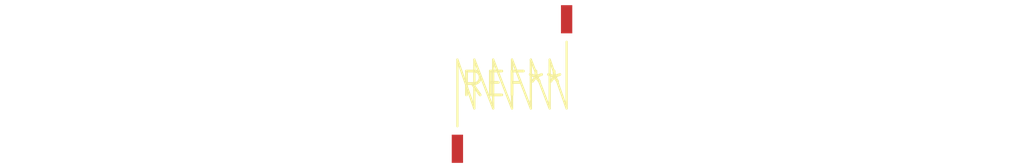
<source format=kicad_pcb>
(kicad_pcb (version 20240108) (generator pcbnew)
  (layers (0 "F.Cu" signal) (31 "B.Cu" signal) (34 "B.Paste" user) (35 "F.Paste" user) (36 "B.SilkS" user "B.Silkscreen") (37 "F.SilkS" user "F.Silkscreen") (38 "B.Mask" user) (39 "F.Mask" user) (44 "Edge.Cuts" user))
  (net 0 "")
  (footprint "L_Neosid_Air-Coil_SML_6-10turn_HDM0431A-HDM1031A" (layer "F.Cu") (at 0 0)
    (property "Reference" "REF**")
    (property "Value" "L_Neosid_Air-Coil_SML_6-10turn_HDM0431A-HDM1031A")
    (fp_line (start -2.9 -1.3) (end -2.9 2.25) (layer "F.SilkS") (stroke (width 0.12)))
    (fp_line (start -2.9 -1.3) (end -2 1.3) (layer "F.SilkS") (stroke (width 0.12)))
    (fp_line (start -2 -1.3) (end -2 1.3) (layer "F.SilkS") (stroke (width 0.12)))
    (fp_line (start -2 -1.3) (end -1 1.3) (layer "F.SilkS") (stroke (width 0.12)))
    (fp_line (start -1 -1.3) (end -1 1.3) (layer "F.SilkS") (stroke (width 0.12)))
    (fp_line (start -1 -1.3) (end 0 1.3) (layer "F.SilkS") (stroke (width 0.12)))
    (fp_line (start 0 -1.3) (end 0 1.3) (layer "F.SilkS") (stroke (width 0.12)))
    (fp_line (start 0 -1.3) (end 1 1.3) (layer "F.SilkS") (stroke (width 0.12)))
    (fp_line (start 1 -1.3) (end 1 1.3) (layer "F.SilkS") (stroke (width 0.12)))
    (fp_line (start 1 -1.3) (end 2 1.3) (layer "F.SilkS") (stroke (width 0.12)))
    (fp_line (start 2 -1.3) (end 2 1.3) (layer "F.SilkS") (stroke (width 0.12)))
    (fp_line (start 2 -1.3) (end 2.9 1.3) (layer "F.SilkS") (stroke (width 0.12)))
    (fp_line (start 2.9 1.3) (end 2.9 -2.25) (layer "F.SilkS") (stroke (width 0.12)))
    (pad "1" smd rect (at -2.9 3.45) (size 0.6 1.5) (layers "F.Cu" "F.Paste" "F.Mask"))
    (pad "2" smd rect (at 2.9 -3.45) (size 0.6 1.5) (layers "F.Cu" "F.Paste" "F.Mask"))
  )
)
</source>
